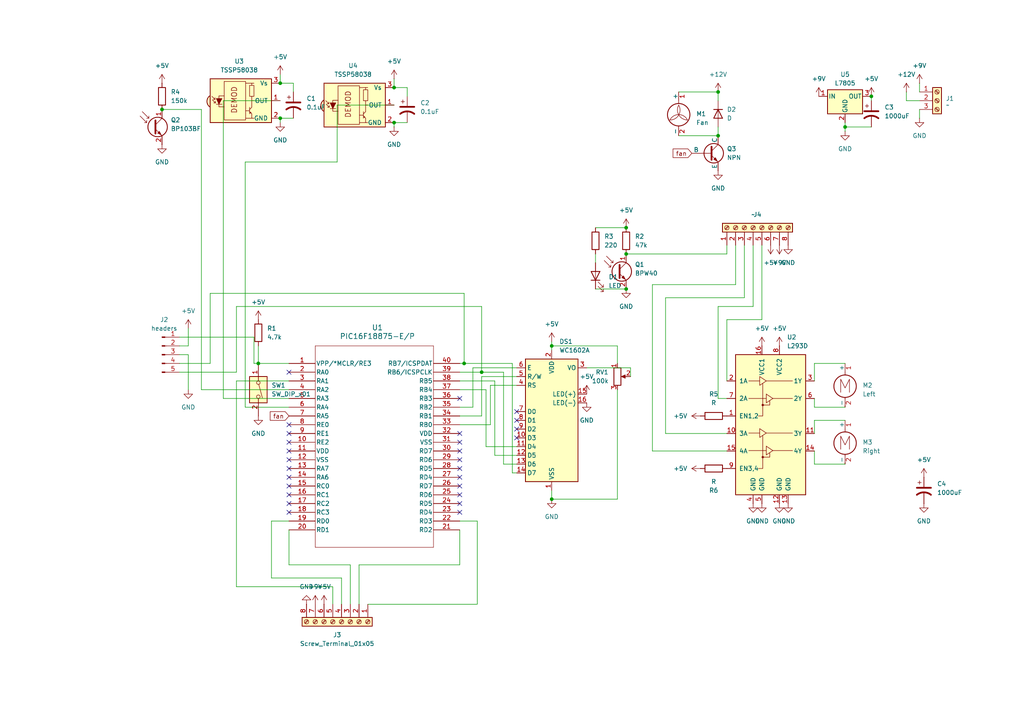
<source format=kicad_sch>
(kicad_sch (version 20231120) (generator "eeschema") (generator_version "8.0")
  (paper "A4")
  (lib_symbols
    (symbol "2025-03-17_16-49-42:PIC16F18875-E_P" (pin_names (offset 0.254))
      (property "Reference" "U1" (at 25.654 10.414 0))
      (property "Value" "PIC16F18875-E/P" (at 25.654 7.874 0))
      (symbol "PIC16F18875-E_P_0_1"
        (pin bidirectional line (at 0 0 0) (length 7.62) (name "VPP/*MCLR/RE3") (number "1"))
        (pin bidirectional line (at 0 -22.86 0) (length 7.62) (name "RE2") (number "10"))
        (pin power_in line (at 0 -25.4 0) (length 7.62) (name "VDD") (number "11"))
        (pin power_out line (at 0 -27.94 0) (length 7.62) (name "VSS") (number "12"))
        (pin bidirectional line (at 0 -30.48 0) (length 7.62) (name "RA7") (number "13"))
        (pin bidirectional line (at 0 -33.02 0) (length 7.62) (name "RA6") (number "14"))
        (pin bidirectional line (at 0 -35.56 0) (length 7.62) (name "RC0") (number "15"))
        (pin bidirectional line (at 0 -38.1 0) (length 7.62) (name "RC1") (number "16"))
        (pin bidirectional line (at 0 -40.64 0) (length 7.62) (name "RC2") (number "17"))
        (pin bidirectional line (at 0 -43.18 0) (length 7.62) (name "RC3") (number "18"))
        (pin bidirectional line (at 0 -45.72 0) (length 7.62) (name "RD0") (number "19"))
        (pin bidirectional line (at 0 -2.54 0) (length 7.62) (name "RA0") (number "2"))
        (pin bidirectional line (at 0 -48.26 0) (length 7.62) (name "RD1") (number "20"))
        (pin bidirectional line (at 49.53 -48.26 180) (length 7.62) (name "RD2") (number "21"))
        (pin bidirectional line (at 49.53 -45.72 180) (length 7.62) (name "RD3") (number "22"))
        (pin bidirectional line (at 49.53 -43.18 180) (length 7.62) (name "RD4") (number "23"))
        (pin bidirectional line (at 49.53 -40.64 180) (length 7.62) (name "RD5") (number "24"))
        (pin bidirectional line (at 49.53 -38.1 180) (length 7.62) (name "RD6") (number "25"))
        (pin bidirectional line (at 49.53 -35.56 180) (length 7.62) (name "RD7") (number "26"))
        (pin bidirectional line (at 49.53 -33.02 180) (length 7.62) (name "RD4") (number "27"))
        (pin bidirectional line (at 49.53 -30.48 180) (length 7.62) (name "RD5") (number "28"))
        (pin bidirectional line (at 49.53 -27.94 180) (length 7.62) (name "RD6") (number "29"))
        (pin bidirectional line (at 0 -5.08 0) (length 7.62) (name "RA1") (number "3"))
        (pin bidirectional line (at 49.53 -25.4 180) (length 7.62) (name "RD7") (number "30"))
        (pin power_out line (at 49.53 -22.86 180) (length 7.62) (name "VSS") (number "31"))
        (pin power_in line (at 49.53 -20.32 180) (length 7.62) (name "VDD") (number "32"))
        (pin bidirectional line (at 49.53 -17.78 180) (length 7.62) (name "RB0") (number "33"))
        (pin bidirectional line (at 49.53 -15.24 180) (length 7.62) (name "RB1") (number "34"))
        (pin bidirectional line (at 49.53 -12.7 180) (length 7.62) (name "RB2") (number "35"))
        (pin bidirectional line (at 49.53 -10.16 180) (length 7.62) (name "RB3") (number "36"))
        (pin bidirectional line (at 49.53 -7.62 180) (length 7.62) (name "RB4") (number "37"))
        (pin bidirectional line (at 49.53 -5.08 180) (length 7.62) (name "RB5") (number "38"))
        (pin bidirectional line (at 49.53 -2.54 180) (length 7.62) (name "RB6/ICSPCLK") (number "39"))
        (pin bidirectional line (at 0 -7.62 0) (length 7.62) (name "RA2") (number "4"))
        (pin bidirectional line (at 49.53 0 180) (length 7.62) (name "RB7/ICSPDAT") (number "40"))
        (pin bidirectional line (at 0 -10.16 0) (length 7.62) (name "RA3") (number "5"))
        (pin bidirectional line (at 0 -12.7 0) (length 7.62) (name "RA4") (number "6"))
        (pin bidirectional line (at 0 -15.24 0) (length 7.62) (name "RA5") (number "7"))
        (pin bidirectional line (at 0 -17.78 0) (length 7.62) (name "RE0") (number "8"))
        (pin bidirectional line (at 0 -20.32 0) (length 7.62) (name "RE1") (number "9"))
      )
    )
    (symbol "Connector:Conn_01x05_Pin" (pin_names (offset 1.016) hide)
      (property "Reference" "J" (at 0 7.62 0))
      (property "Value" "Conn_01x05_Pin" (at 0 -7.62 0))
      (symbol "Conn_01x05_Pin_1_1"
        (pin passive line (at 5.08 5.08 180) (length 3.81) (name "Pin_1") (number "1"))
        (pin passive line (at 5.08 2.54 180) (length 3.81) (name "Pin_2") (number "2"))
        (pin passive line (at 5.08 0 180) (length 3.81) (name "Pin_3") (number "3"))
        (pin passive line (at 5.08 -2.54 180) (length 3.81) (name "Pin_4") (number "4"))
        (pin passive line (at 5.08 -5.08 180) (length 3.81) (name "Pin_5") (number "5"))
      )
    )
    (symbol "Connector:Screw_Terminal_01x03" (pin_names (offset 1.016) hide)
      (property "Reference" "J" (at 0 5.08 0))
      (property "Value" "Screw_Terminal_01x03" (at 0 -5.08 0))
      (symbol "Screw_Terminal_01x03_1_1"
        (pin passive line (at -5.08 2.54 0) (length 3.81) (name "Pin_1") (number "1"))
        (pin passive line (at -5.08 0 0) (length 3.81) (name "Pin_2") (number "2"))
        (pin passive line (at -5.08 -2.54 0) (length 3.81) (name "Pin_3") (number "3"))
      )
    )
    (symbol "Connector:Screw_Terminal_01x08" (pin_names (offset 1.016) hide)
      (property "Reference" "J" (at 0 10.16 0))
      (property "Value" "Screw_Terminal_01x08" (at 0 -12.7 0))
      (symbol "Screw_Terminal_01x08_1_1"
        (pin passive line (at -5.08 7.62 0) (length 3.81) (name "Pin_1") (number "1"))
        (pin passive line (at -5.08 5.08 0) (length 3.81) (name "Pin_2") (number "2"))
        (pin passive line (at -5.08 2.54 0) (length 3.81) (name "Pin_3") (number "3"))
        (pin passive line (at -5.08 0 0) (length 3.81) (name "Pin_4") (number "4"))
        (pin passive line (at -5.08 -2.54 0) (length 3.81) (name "Pin_5") (number "5"))
        (pin passive line (at -5.08 -5.08 0) (length 3.81) (name "Pin_6") (number "6"))
        (pin passive line (at -5.08 -7.62 0) (length 3.81) (name "Pin_7") (number "7"))
        (pin passive line (at -5.08 -10.16 0) (length 3.81) (name "Pin_8") (number "8"))
      )
    )
    (symbol "Device:C_Polarized_US" (pin_numbers hide) (pin_names (offset 0.254) hide)
      (property "Reference" "C" (at 0.635 2.54 0))
      (property "Value" "C_Polarized_US" (at 0.635 -2.54 0))
      (symbol "C_Polarized_US_1_1"
        (pin passive line (at 0 3.81 270) (length 2.794) (name "~") (number "1"))
        (pin passive line (at 0 -3.81 90) (length 3.302) (name "~") (number "2"))
      )
    )
    (symbol "Device:D" (pin_numbers hide) (pin_names (offset 1.016) hide)
      (property "Reference" "D" (at 0 2.54 0))
      (property "Value" "D" (at 0 -2.54 0))
      (symbol "D_1_1"
        (pin passive line (at -3.81 0 0) (length 2.54) (name "K") (number "1"))
        (pin passive line (at 3.81 0 180) (length 2.54) (name "A") (number "2"))
      )
    )
    (symbol "Device:LED" (pin_numbers hide) (pin_names (offset 1.016) hide)
      (property "Reference" "D" (at 0 2.54 0))
      (property "Value" "LED" (at 0 -2.54 0))
      (symbol "LED_1_1"
        (pin passive line (at -3.81 0 0) (length 2.54) (name "K") (number "1"))
        (pin passive line (at 3.81 0 180) (length 2.54) (name "A") (number "2"))
      )
    )
    (symbol "Device:R" (pin_numbers hide) (pin_names (offset 0))
      (property "Reference" "R" (at 2.032 0 90))
      (property "Value" "R" (at 0 0 90))
      (symbol "R_1_1"
        (pin passive line (at 0 3.81 270) (length 1.27) (name "~") (number "1"))
        (pin passive line (at 0 -3.81 90) (length 1.27) (name "~") (number "2"))
      )
    )
    (symbol "Device:R_Potentiometer" (pin_names (offset 1.016) hide)
      (property "Reference" "RV" (at -4.445 0 90))
      (property "Value" "R_Potentiometer" (at -2.54 0 90))
      (symbol "R_Potentiometer_1_1"
        (pin passive line (at 0 3.81 270) (length 1.27) (name "1") (number "1"))
        (pin passive line (at 3.81 0 180) (length 1.27) (name "2") (number "2"))
        (pin passive line (at 0 -3.81 90) (length 1.27) (name "3") (number "3"))
      )
    )
    (symbol "Display_Character:WC1602A"
      (property "Reference" "DS" (at -5.842 19.05 0))
      (property "Value" "WC1602A" (at 5.334 19.05 0))
      (symbol "WC1602A_1_1"
        (pin power_in line (at 0 -20.32 90) (length 2.54) (name "VSS") (number "1"))
        (pin input line (at -10.16 -5.08 0) (length 2.54) (name "D3") (number "10"))
        (pin input line (at -10.16 -7.62 0) (length 2.54) (name "D4") (number "11"))
        (pin input line (at -10.16 -10.16 0) (length 2.54) (name "D5") (number "12"))
        (pin input line (at -10.16 -12.7 0) (length 2.54) (name "D6") (number "13"))
        (pin input line (at -10.16 -15.24 0) (length 2.54) (name "D7") (number "14"))
        (pin power_in line (at 10.16 7.62 180) (length 2.54) (name "LED(+)") (number "15"))
        (pin power_in line (at 10.16 5.08 180) (length 2.54) (name "LED(-)") (number "16"))
        (pin power_in line (at 0 20.32 270) (length 2.54) (name "VDD") (number "2"))
        (pin input line (at 10.16 15.24 180) (length 2.54) (name "VO") (number "3"))
        (pin input line (at -10.16 10.16 0) (length 2.54) (name "RS") (number "4"))
        (pin input line (at -10.16 12.7 0) (length 2.54) (name "R/W") (number "5"))
        (pin input line (at -10.16 15.24 0) (length 2.54) (name "E") (number "6"))
        (pin input line (at -10.16 2.54 0) (length 2.54) (name "D0") (number "7"))
        (pin input line (at -10.16 0 0) (length 2.54) (name "D1") (number "8"))
        (pin input line (at -10.16 -2.54 0) (length 2.54) (name "D2") (number "9"))
      )
    )
    (symbol "Driver_Motor:L293D" (pin_names (offset 1.016))
      (property "Reference" "U" (at -5.08 26.035 0))
      (property "Value" "L293D" (at -5.08 24.13 0))
      (symbol "L293D_1_1"
        (pin input line (at -12.7 5.08 0) (length 2.54) (name "EN1,2") (number "1"))
        (pin input line (at -12.7 0 0) (length 2.54) (name "3A") (number "10"))
        (pin output line (at 12.7 0 180) (length 2.54) (name "3Y") (number "11"))
        (pin power_in line (at 2.54 -20.32 90) (length 2.54) (name "GND") (number "12"))
        (pin power_in line (at 5.08 -20.32 90) (length 2.54) (name "GND") (number "13"))
        (pin output line (at 12.7 -5.08 180) (length 2.54) (name "4Y") (number "14"))
        (pin input line (at -12.7 -5.08 0) (length 2.54) (name "4A") (number "15"))
        (pin power_in line (at -2.54 25.4 270) (length 2.54) (name "VCC1") (number "16"))
        (pin input line (at -12.7 15.24 0) (length 2.54) (name "1A") (number "2"))
        (pin output line (at 12.7 15.24 180) (length 2.54) (name "1Y") (number "3"))
        (pin power_in line (at -5.08 -20.32 90) (length 2.54) (name "GND") (number "4"))
        (pin power_in line (at -2.54 -20.32 90) (length 2.54) (name "GND") (number "5"))
        (pin output line (at 12.7 10.16 180) (length 2.54) (name "2Y") (number "6"))
        (pin input line (at -12.7 10.16 0) (length 2.54) (name "2A") (number "7"))
        (pin power_in line (at 2.54 25.4 270) (length 2.54) (name "VCC2") (number "8"))
        (pin input line (at -12.7 -10.16 0) (length 2.54) (name "EN3,4") (number "9"))
      )
    )
    (symbol "Motor:Fan" (pin_names (offset 0))
      (property "Reference" "M" (at 2.54 5.08 0))
      (property "Value" "Fan" (at 2.54 -2.54 0))
      (symbol "Fan_1_1"
        (pin passive line (at 0 7.62 270) (length 2.54) (name "+") (number "1"))
        (pin passive line (at 0 -5.08 90) (length 2.54) (name "-") (number "2"))
      )
    )
    (symbol "Motor:Motor_DC" (pin_names (offset 0))
      (property "Reference" "M" (at 2.54 2.54 0))
      (property "Value" "Motor_DC" (at 2.54 -5.08 0))
      (symbol "Motor_DC_1_1"
        (pin passive line (at 0 5.08 270) (length 2.54) (name "+") (number "1"))
        (pin passive line (at 0 -7.62 90) (length 2.54) (name "-") (number "2"))
      )
    )
    (symbol "Regulator_Linear:L7805" (pin_names (offset 0.254))
      (property "Reference" "U" (at -3.81 3.175 0))
      (property "Value" "L7805" (at 0 3.175 0))
      (symbol "L7805_1_1"
        (pin power_in line (at -7.62 0 0) (length 2.54) (name "IN") (number "1"))
        (pin power_in line (at 0 -7.62 90) (length 2.54) (name "GND") (number "2"))
        (pin power_out line (at 7.62 0 180) (length 2.54) (name "OUT") (number "3"))
      )
    )
    (symbol "Sensor_Optical:BP103BF" (pin_names (offset 0) hide)
      (property "Reference" "Q" (at 5.08 1.27 0))
      (property "Value" "BP103BF" (at 5.08 -1.27 0))
      (symbol "BP103BF_1_1"
        (pin passive line (at 2.54 5.08 270) (length 2.54) (name "C") (number "1"))
        (pin passive line (at 2.54 -5.08 90) (length 2.54) (name "E") (number "2"))
      )
    )
    (symbol "Sensor_Optical:BPW40" (pin_names (offset 0) hide)
      (property "Reference" "Q" (at 5.08 1.27 0))
      (property "Value" "BPW40" (at 5.08 -1.27 0))
      (symbol "BPW40_1_1"
        (pin passive line (at 2.54 5.08 270) (length 2.54) (name "C") (number "1"))
        (pin passive line (at 2.54 -5.08 90) (length 2.54) (name "E") (number "2"))
      )
    )
    (symbol "Sensor_Proximity:TSSP58038" (pin_names (offset 1.016))
      (property "Reference" "U" (at -10.16 7.62 0))
      (property "Value" "TSSP58038" (at -10.16 -7.62 0))
      (symbol "TSSP58038_0_0"
        (text "DEMOD" (at -3.175 0.254 900) (effects (font (size 1.524 1.524))))
      )
      (symbol "TSSP58038_1_1"
        (pin output line (at 10.16 0 180) (length 2.54) (name "OUT") (number "1"))
        (pin power_in line (at 10.16 -5.08 180) (length 2.54) (name "GND") (number "2"))
        (pin power_in line (at 10.16 5.08 180) (length 2.54) (name "Vs") (number "3"))
      )
    )
    (symbol "Simulation_SPICE:NPN" (pin_numbers hide) (pin_names (offset 0))
      (property "Reference" "Q" (at -2.54 7.62 0))
      (property "Value" "NPN" (at -2.54 5.08 0))
      (symbol "NPN_1_1"
        (pin open_collector line (at 2.54 5.08 270) (length 2.54) (name "C") (number "1"))
        (pin input line (at -5.08 0 0) (length 2.54) (name "B") (number "2"))
        (pin open_emitter line (at 2.54 -5.08 90) (length 2.54) (name "E") (number "3"))
      )
    )
    (symbol "Switch:SW_DIP_x01" (pin_names (offset 0) hide)
      (property "Reference" "SW" (at 0 3.81 0))
      (property "Value" "SW_DIP_x01" (at 0 -3.81 0))
      (symbol "SW_DIP_x01_1_1"
        (pin passive line (at -7.62 0 0) (length 5.08) (name "~") (number "1"))
        (pin passive line (at 7.62 0 180) (length 5.08) (name "~") (number "2"))
      )
    )
    (symbol "power:+12V" (power) (pin_numbers hide) (pin_names (offset 0) hide)
      (property "Value" "+12V" (at 0 3.556 0))
      (symbol "+12V_1_1"
        (pin power_in line (at 0 0 90) (length 0) (name "~") (number "1"))
      )
    )
    (symbol "power:+5V" (power) (pin_numbers hide) (pin_names (offset 0) hide)
      (property "Value" "+5V" (at 0 3.556 0))
      (symbol "+5V_1_1"
        (pin power_in line (at 0 0 90) (length 0) (name "~") (number "1"))
      )
    )
    (symbol "power:+9V" (power) (pin_numbers hide) (pin_names (offset 0) hide)
      (property "Value" "+9V" (at 0 3.556 0))
      (symbol "+9V_1_1"
        (pin power_in line (at 0 0 90) (length 0) (name "~") (number "1"))
      )
    )
    (symbol "power:GND" (power) (pin_numbers hide) (pin_names (offset 0) hide)
      (property "Value" "GND" (at 0 -3.81 0))
      (symbol "GND_1_1"
        (pin power_in line (at 0 0 270) (length 0) (name "~") (number "1"))
      )
    )
  )
  (junction (at 160.02 144.78))
  (junction (at 252.73 27.94))
  (junction (at 181.61 83.82))
  (junction (at 134.62 105.41))
  (junction (at 114.3 35.56))
  (junction (at 74.93 105.41))
  (junction (at 81.28 34.29))
  (junction (at 81.28 24.13))
  (junction (at 208.28 26.67))
  (junction (at 181.61 66.04))
  (junction (at 245.11 36.83))
  (junction (at 160.02 100.33))
  (junction (at 114.3 25.4))
  (junction (at 139.7 107.95))
  (junction (at 208.28 39.37))
  (junction (at 181.61 73.66))
  (junction (at 46.99 31.75))
  (no_connect (at 149.86 127))
  (no_connect (at 83.82 146.05))
  (no_connect (at 83.82 135.89))
  (no_connect (at 133.35 140.97))
  (no_connect (at 149.86 121.92))
  (no_connect (at 83.82 125.73))
  (no_connect (at 83.82 130.81))
  (no_connect (at 83.82 138.43))
  (no_connect (at 83.82 148.59))
  (no_connect (at 83.82 133.35))
  (no_connect (at 149.86 119.38))
  (no_connect (at 83.82 143.51))
  (no_connect (at 133.35 143.51))
  (no_connect (at 133.35 128.27))
  (no_connect (at 133.35 135.89))
  (no_connect (at 83.82 140.97))
  (no_connect (at 83.82 123.19))
  (no_connect (at 133.35 138.43))
  (no_connect (at 133.35 130.81))
  (no_connect (at 83.82 107.95))
  (no_connect (at 133.35 115.57))
  (no_connect (at 83.82 128.27))
  (no_connect (at 133.35 125.73))
  (no_connect (at 149.86 124.46))
  (no_connect (at 133.35 133.35))
  (no_connect (at 133.35 146.05))
  (no_connect (at 133.35 148.59))
  (wire (pts (xy 213.36 82.55) (xy 189.23 82.55)))
  (wire (pts (xy 182.88 109.22) (xy 182.88 106.68)))
  (wire (pts (xy 114.3 22.86) (xy 114.3 25.4)))
  (wire (pts (xy 104.14 175.26) (xy 104.14 163.83)))
  (wire (pts (xy 101.6 163.83) (xy 101.6 175.26)))
  (wire (pts (xy 196.85 39.37) (xy 208.28 39.37)))
  (wire (pts (xy 118.11 27.94) (xy 118.11 25.4)))
  (wire (pts (xy 160.02 100.33) (xy 160.02 101.6)))
  (wire (pts (xy 236.22 105.41) (xy 245.11 105.41)))
  (wire (pts (xy 58.42 113.03) (xy 83.82 113.03)))
  (wire (pts (xy 208.28 115.57) (xy 210.82 115.57)))
  (wire (pts (xy 78.74 151.13) (xy 78.74 167.64)))
  (wire (pts (xy 133.35 120.65) (xy 139.7 120.65)))
  (wire (pts (xy 81.28 21.59) (xy 81.28 24.13)))
  (wire (pts (xy 139.7 109.22) (xy 149.86 109.22)))
  (wire (pts (xy 143.51 110.49) (xy 133.35 110.49)))
  (wire (pts (xy 81.28 34.29) (xy 85.09 34.29)))
  (wire (pts (xy 52.07 100.33) (xy 54.61 100.33)))
  (wire (pts (xy 179.07 113.03) (xy 179.07 144.78)))
  (wire (pts (xy 172.72 66.04) (xy 181.61 66.04)))
  (wire (pts (xy 189.23 82.55) (xy 189.23 130.81)))
  (wire (pts (xy 148.59 137.16) (xy 149.86 137.16)))
  (wire (pts (xy 104.14 163.83) (xy 133.35 163.83)))
  (wire (pts (xy 81.28 29.21) (xy 64.77 29.21)))
  (wire (pts (xy 236.22 134.62) (xy 245.11 134.62)))
  (wire (pts (xy 213.36 71.12) (xy 213.36 82.55)))
  (wire (pts (xy 139.7 120.65) (xy 139.7 109.22)))
  (wire (pts (xy 172.72 73.66) (xy 172.72 76.2)))
  (wire (pts (xy 73.66 105.41) (xy 74.93 105.41)))
  (wire (pts (xy 78.74 167.64) (xy 99.06 167.64)))
  (wire (pts (xy 60.96 85.09) (xy 134.62 85.09)))
  (wire (pts (xy 193.04 86.36) (xy 215.9 86.36)))
  (wire (pts (xy 139.7 88.9) (xy 139.7 107.95)))
  (wire (pts (xy 236.22 121.92) (xy 245.11 121.92)))
  (wire (pts (xy 133.35 105.41) (xy 134.62 105.41)))
  (wire (pts (xy 179.07 100.33) (xy 160.02 100.33)))
  (wire (pts (xy 262.89 29.21) (xy 262.89 26.67)))
  (wire (pts (xy 138.43 175.26) (xy 106.68 175.26)))
  (wire (pts (xy 83.82 163.83) (xy 101.6 163.83)))
  (wire (pts (xy 60.96 105.41) (xy 60.96 85.09)))
  (wire (pts (xy 196.85 26.67) (xy 208.28 26.67)))
  (wire (pts (xy 149.86 134.62) (xy 146.05 134.62)))
  (wire (pts (xy 208.28 29.21) (xy 208.28 26.67)))
  (wire (pts (xy 218.44 71.12) (xy 218.44 88.9)))
  (wire (pts (xy 137.16 118.11) (xy 137.16 106.68)))
  (wire (pts (xy 118.11 25.4) (xy 114.3 25.4)))
  (wire (pts (xy 266.7 24.13) (xy 266.7 26.67)))
  (wire (pts (xy 97.79 46.99) (xy 71.12 46.99)))
  (wire (pts (xy 73.66 97.79) (xy 73.66 105.41)))
  (wire (pts (xy 215.9 86.36) (xy 215.9 71.12)))
  (wire (pts (xy 54.61 102.87) (xy 54.61 113.03)))
  (wire (pts (xy 179.07 105.41) (xy 179.07 100.33)))
  (wire (pts (xy 181.61 73.66) (xy 210.82 73.66)))
  (wire (pts (xy 114.3 36.83) (xy 114.3 35.56)))
  (wire (pts (xy 97.79 46.99) (xy 97.79 30.48)))
  (wire (pts (xy 54.61 100.33) (xy 54.61 95.25)))
  (wire (pts (xy 46.99 31.75) (xy 58.42 31.75)))
  (wire (pts (xy 83.82 110.49) (xy 68.58 110.49)))
  (wire (pts (xy 52.07 97.79) (xy 73.66 97.79)))
  (wire (pts (xy 138.43 151.13) (xy 138.43 175.26)))
  (wire (pts (xy 189.23 130.81) (xy 210.82 130.81)))
  (wire (pts (xy 210.82 92.71) (xy 220.98 92.71)))
  (wire (pts (xy 134.62 85.09) (xy 134.62 105.41)))
  (wire (pts (xy 208.28 36.83) (xy 208.28 39.37)))
  (wire (pts (xy 245.11 36.83) (xy 252.73 36.83)))
  (wire (pts (xy 74.93 105.41) (xy 74.93 100.33)))
  (wire (pts (xy 236.22 118.11) (xy 245.11 118.11)))
  (wire (pts (xy 137.16 106.68) (xy 149.86 106.68)))
  (wire (pts (xy 68.58 170.18) (xy 96.52 170.18)))
  (wire (pts (xy 81.28 35.56) (xy 81.28 34.29)))
  (wire (pts (xy 218.44 88.9) (xy 208.28 88.9)))
  (wire (pts (xy 140.97 129.54) (xy 140.97 113.03)))
  (wire (pts (xy 52.07 105.41) (xy 60.96 105.41)))
  (wire (pts (xy 160.02 142.24) (xy 160.02 144.78)))
  (wire (pts (xy 68.58 107.95) (xy 68.58 88.9)))
  (wire (pts (xy 160.02 99.06) (xy 160.02 100.33)))
  (wire (pts (xy 140.97 113.03) (xy 133.35 113.03)))
  (wire (pts (xy 210.82 73.66) (xy 210.82 71.12)))
  (wire (pts (xy 52.07 107.95) (xy 68.58 107.95)))
  (wire (pts (xy 210.82 110.49) (xy 210.82 92.71)))
  (wire (pts (xy 143.51 132.08) (xy 143.51 110.49)))
  (wire (pts (xy 179.07 144.78) (xy 160.02 144.78)))
  (wire (pts (xy 236.22 130.81) (xy 236.22 134.62)))
  (wire (pts (xy 96.52 170.18) (xy 96.52 175.26)))
  (wire (pts (xy 236.22 110.49) (xy 236.22 105.41)))
  (wire (pts (xy 58.42 31.75) (xy 58.42 113.03)))
  (wire (pts (xy 139.7 107.95) (xy 133.35 107.95)))
  (wire (pts (xy 133.35 163.83) (xy 133.35 153.67)))
  (wire (pts (xy 64.77 29.21) (xy 64.77 115.57)))
  (wire (pts (xy 146.05 107.95) (xy 139.7 107.95)))
  (wire (pts (xy 148.59 105.41) (xy 148.59 137.16)))
  (wire (pts (xy 83.82 153.67) (xy 83.82 163.83)))
  (wire (pts (xy 245.11 35.56) (xy 245.11 36.83)))
  (wire (pts (xy 71.12 118.11) (xy 83.82 118.11)))
  (wire (pts (xy 83.82 151.13) (xy 78.74 151.13)))
  (wire (pts (xy 193.04 125.73) (xy 193.04 86.36)))
  (wire (pts (xy 266.7 31.75) (xy 266.7 34.29)))
  (wire (pts (xy 85.09 24.13) (xy 81.28 24.13)))
  (wire (pts (xy 210.82 125.73) (xy 193.04 125.73)))
  (wire (pts (xy 85.09 26.67) (xy 85.09 24.13)))
  (wire (pts (xy 68.58 110.49) (xy 68.58 170.18)))
  (wire (pts (xy 172.72 83.82) (xy 181.61 83.82)))
  (wire (pts (xy 64.77 115.57) (xy 83.82 115.57)))
  (wire (pts (xy 236.22 125.73) (xy 236.22 121.92)))
  (wire (pts (xy 245.11 36.83) (xy 245.11 38.1)))
  (wire (pts (xy 134.62 105.41) (xy 148.59 105.41)))
  (wire (pts (xy 142.24 123.19) (xy 142.24 111.76)))
  (wire (pts (xy 170.18 106.68) (xy 182.88 106.68)))
  (wire (pts (xy 133.35 151.13) (xy 138.43 151.13)))
  (wire (pts (xy 71.12 46.99) (xy 71.12 118.11)))
  (wire (pts (xy 133.35 118.11) (xy 137.16 118.11)))
  (wire (pts (xy 133.35 123.19) (xy 142.24 123.19)))
  (wire (pts (xy 266.7 29.21) (xy 262.89 29.21)))
  (wire (pts (xy 220.98 92.71) (xy 220.98 71.12)))
  (wire (pts (xy 68.58 88.9) (xy 139.7 88.9)))
  (wire (pts (xy 99.06 167.64) (xy 99.06 175.26)))
  (wire (pts (xy 142.24 111.76) (xy 149.86 111.76)))
  (wire (pts (xy 236.22 115.57) (xy 236.22 118.11)))
  (wire (pts (xy 146.05 134.62) (xy 146.05 107.95)))
  (wire (pts (xy 149.86 129.54) (xy 140.97 129.54)))
  (wire (pts (xy 97.79 30.48) (xy 114.3 30.48)))
  (wire (pts (xy 83.82 105.41) (xy 74.93 105.41)))
  (wire (pts (xy 252.73 29.21) (xy 252.73 27.94)))
  (wire (pts (xy 149.86 132.08) (xy 143.51 132.08)))
  (wire (pts (xy 208.28 88.9) (xy 208.28 115.57)))
  (wire (pts (xy 52.07 102.87) (xy 54.61 102.87)))
  (wire (pts (xy 114.3 35.56) (xy 118.11 35.56)))
  (global_label "fan" (shape input) (at 83.82 120.65 180) (property "Intersheetrefs" "${INTERSHEET_REFS}" (effects (hide yes))))
  (global_label "fan" (shape input) (at 200.66 44.45 180) (property "Intersheetrefs" "${INTERSHEET_REFS}" (effects (hide yes))))
  (symbol (lib_id "power:GND") (at 74.93 120.65 0) (unit 1)
    (property "Reference" "#PWR031" (effects (hide yes)))
    (property "Value" "GND" (at 74.93 125.73 0))
    (property "Description" "Power symbol creates a global label with name \"GND\" , ground" (effects (hide yes)))
  )
  (symbol (lib_id "Motor:Motor_DC") (at 245.11 127 0) (unit 1)
    (property "Reference" "M3" (at 250.19 128.2699 0) (effects (justify left)))
    (property "Value" "Right" (at 250.19 130.8099 0) (effects (justify left)))
    (property "Footprint" "EZ_TEJ_Library:SolderWire-0.5sqmm_1x02_P4.6mm_D0.9mm_OD2.1mm" (effects (hide yes)))
    (property "Description" "DC Motor" (effects (hide yes)))
  )
  (symbol (lib_id "Connector:Conn_01x05_Pin") (at 46.99 102.87 0) (unit 1)
    (property "Reference" "J2" (at 47.625 92.71 0))
    (property "Value" "headers" (at 47.625 95.25 0))
    (property "Footprint" "Connector_PinHeader_2.54mm:PinHeader_1x05_P2.54mm_Vertical" (effects (hide yes)))
    (property "Description" "Generic connector, single row, 01x05, script generated" (effects (hide yes)))
  )
  (symbol (lib_id "power:+5V") (at 252.73 27.94 0) (unit 1)
    (property "Reference" "#PWR014" (effects (hide yes)))
    (property "Value" "+5V" (at 252.73 22.86 0))
    (property "Description" "Power symbol creates a global label with name \"+5V\"" (effects (hide yes)))
  )
  (symbol (lib_id "power:+9V") (at 226.06 71.12 180) (unit 1)
    (property "Reference" "#PWR039" (effects (hide yes)))
    (property "Value" "+9V" (at 226.06 76.2 0))
    (property "Description" "Power symbol creates a global label with name \"+9V\"" (effects (hide yes)))
  )
  (symbol (lib_id "Device:R") (at 74.93 96.52 0) (unit 1)
    (property "Reference" "R1" (at 77.47 95.2499 0) (effects (justify left)))
    (property "Value" "4.7k" (at 77.47 97.7899 0) (effects (justify left)))
    (property "Footprint" "EZ_TEJ_Library:R_Axial_DIN0207_L6.3mm_D2.5mm_P7.62mm_Horizontal" (effects (hide yes)))
    (property "Description" "Resistor" (effects (hide yes)))
  )
  (symbol (lib_id "power:GND") (at 46.99 41.91 0) (unit 1)
    (property "Reference" "#PWR05" (effects (hide yes)))
    (property "Value" "GND" (at 46.99 46.99 0))
    (property "Description" "Power symbol creates a global label with name \"GND\" , ground" (effects (hide yes)))
  )
  (symbol (lib_id "power:+5V") (at 114.3 22.86 0) (unit 1)
    (property "Reference" "#PWR08" (effects (hide yes)))
    (property "Value" "+5V" (at 114.3 17.78 0))
    (property "Description" "Power symbol creates a global label with name \"+5V\"" (effects (hide yes)))
  )
  (symbol (lib_id "power:+5V") (at 226.06 100.33 0) (unit 1)
    (property "Reference" "#PWR024" (effects (hide yes)))
    (property "Value" "+5V" (at 226.06 95.25 0))
    (property "Description" "Power symbol creates a global label with name \"+5V\"" (effects (hide yes)))
  )
  (symbol (lib_id "Device:C_Polarized_US") (at 267.97 142.24 0) (unit 1)
    (property "Reference" "C4" (at 271.78 140.3349 0) (effects (justify left)))
    (property "Value" "1000uF" (at 271.78 142.8749 0) (effects (justify left)))
    (property "Footprint" "EZ_TEJ_Library:CP_Radial_D8.0mm_P3.80mm" (effects (hide yes)))
    (property "Description" "Polarized capacitor, US symbol" (effects (hide yes)))
  )
  (symbol (lib_id "power:+5V") (at 267.97 138.43 0) (unit 1)
    (property "Reference" "#PWR029" (effects (hide yes)))
    (property "Value" "+5V" (at 267.97 133.35 0))
    (property "Description" "Power symbol creates a global label with name \"+5V\"" (effects (hide yes)))
  )
  (symbol (lib_id "power:GND") (at 220.98 146.05 0) (unit 1)
    (property "Reference" "#PWR026" (effects (hide yes)))
    (property "Value" "GND" (at 220.98 151.13 0))
    (property "Description" "Power symbol creates a global label with name \"GND\" , ground" (effects (hide yes)))
  )
  (symbol (lib_id "Device:C_Polarized_US") (at 85.09 30.48 0) (unit 1)
    (property "Reference" "C1" (at 88.9 28.5749 0) (effects (justify left)))
    (property "Value" "0.1uF" (at 88.9 31.1149 0) (effects (justify left)))
    (property "Footprint" "EZ_TEJ_Library:C_Disc_D4.3mm_W1.9mm_P5.00mm" (effects (hide yes)))
    (property "Description" "Polarized capacitor, US symbol" (effects (hide yes)))
  )
  (symbol (lib_id "power:+5V") (at 203.2 120.65 90) (unit 1)
    (property "Reference" "#PWR021" (effects (hide yes)))
    (property "Value" "+5V" (at 199.39 120.6499 90) (effects (justify left)))
    (property "Description" "Power symbol creates a global label with name \"+5V\"" (effects (hide yes)))
  )
  (symbol (lib_id "Regulator_Linear:L7805") (at 245.11 27.94 0) (unit 1)
    (property "Reference" "U5" (at 245.11 21.59 0))
    (property "Value" "L7805" (at 245.11 24.13 0))
    (property "Footprint" "EZ_TEJ_Library:TO-220-3_Vertical" (effects (hide yes)))
    (property "Datasheet" "http://www.st.com/content/ccc/resource/technical/document/datasheet/41/4f/b3/b0/12/d4/47/88/CD00000444.pdf/files/CD00000444.pdf/jcr:content/translations/en.CD00000444.pdf" (effects (hide yes)))
    (property "Description" "Positive 1.5A 35V Linear Regulator, Fixed Output 5V, TO-220/TO-263/TO-252" (effects (hide yes)))
  )
  (symbol (lib_id "power:+5V") (at 81.28 21.59 0) (unit 1)
    (property "Reference" "#PWR06" (effects (hide yes)))
    (property "Value" "+5V" (at 81.28 16.51 0))
    (property "Description" "Power symbol creates a global label with name \"+5V\"" (effects (hide yes)))
  )
  (symbol (lib_id "power:GND") (at 266.7 34.29 0) (unit 1)
    (property "Reference" "#PWR011" (effects (hide yes)))
    (property "Value" "GND" (at 266.7 39.37 0))
    (property "Description" "Power symbol creates a global label with name \"GND\" , ground" (effects (hide yes)))
  )
  (symbol (lib_id "power:+5V") (at 46.99 24.13 0) (unit 1)
    (property "Reference" "#PWR04" (effects (hide yes)))
    (property "Value" "+5V" (at 46.99 19.05 0))
    (property "Description" "Power symbol creates a global label with name \"+5V\"" (effects (hide yes)))
  )
  (symbol (lib_id "Sensor_Optical:BP103BF") (at 44.45 36.83 0) (unit 1)
    (property "Reference" "Q2" (at 49.53 34.8106 0) (effects (justify left)))
    (property "Value" "BP103BF" (at 49.53 37.3506 0) (effects (justify left)))
    (property "Footprint" "LED_THT:LED_D5.0mm_Clear" (effects (hide yes)))
    (property "Datasheet" "http://www.b-kainka.de/Daten/Sensor/bp103bf.pdf" (effects (hide yes)))
    (property "Description" "NPN phototransistor with daylight filter" (effects (hide yes)))
  )
  (symbol (lib_id "Device:R") (at 207.01 120.65 90) (unit 1)
    (property "Reference" "R5" (at 207.01 114.3 90))
    (property "Value" "R" (at 207.01 116.84 90))
    (property "Footprint" "EZ_TEJ_Library:R_Axial_DIN0207_L6.3mm_D2.5mm_P7.62mm_Horizontal" (effects (hide yes)))
    (property "Description" "Resistor" (effects (hide yes)))
  )
  (symbol (lib_id "power:GND") (at 114.3 36.83 0) (unit 1)
    (property "Reference" "#PWR09" (effects (hide yes)))
    (property "Value" "GND" (at 114.3 41.91 0))
    (property "Description" "Power symbol creates a global label with name \"GND\" , ground" (effects (hide yes)))
  )
  (symbol (lib_id "Sensor_Optical:BPW40") (at 179.07 78.74 0) (unit 1)
    (property "Reference" "Q1" (at 184.15 76.7206 0) (effects (justify left)))
    (property "Value" "BPW40" (at 184.15 79.2606 0) (effects (justify left)))
    (property "Footprint" "LED_THT:LED_D5.0mm_Clear" (effects (hide yes)))
    (property "Datasheet" "https://www.rcscomponents.kiev.ua/datasheets/bpw40.pdf" (effects (hide yes)))
    (property "Description" "Phototransistor NPN" (effects (hide yes)))
  )
  (symbol (lib_id "Device:R") (at 46.99 27.94 0) (unit 1)
    (property "Reference" "R4" (at 49.53 26.6699 0) (effects (justify left)))
    (property "Value" "150k" (at 49.53 29.2099 0) (effects (justify left)))
    (property "Footprint" "EZ_TEJ_Library:R_Axial_DIN0207_L6.3mm_D2.5mm_P7.62mm_Horizontal" (effects (hide yes)))
    (property "Description" "Resistor" (effects (hide yes)))
  )
  (symbol (lib_id "Device:D") (at 208.28 33.02 270) (unit 1)
    (property "Reference" "D2" (at 210.82 31.7499 90) (effects (justify left)))
    (property "Value" "D" (at 210.82 34.2899 90) (effects (justify left)))
    (property "Footprint" "EZ_TEJ_Library:D_DO-41_SOD81_P7.62mm_Horizontal" (effects (hide yes)))
    (property "Description" "Diode" (effects (hide yes)))
    (property "Sim.Device" "D" (effects (hide yes)))
    (property "Sim.Pins" "1=K 2=A" (effects (hide yes)))
  )
  (symbol (lib_id "power:+5V") (at 223.52 71.12 180) (unit 1)
    (property "Reference" "#PWR040" (effects (hide yes)))
    (property "Value" "+5V" (at 223.52 76.2 0))
    (property "Description" "Power symbol creates a global label with name \"+5V\"" (effects (hide yes)))
  )
  (symbol (lib_id "power:+5V") (at 160.02 99.06 0) (unit 1)
    (property "Reference" "#PWR018" (effects (hide yes)))
    (property "Value" "+5V" (at 160.02 93.98 0))
    (property "Description" "Power symbol creates a global label with name \"+5V\"" (effects (hide yes)))
  )
  (symbol (lib_id "power:+9V") (at 266.7 24.13 0) (unit 1)
    (property "Reference" "#PWR010" (effects (hide yes)))
    (property "Value" "+9V" (at 266.7 19.05 0))
    (property "Description" "Power symbol creates a global label with name \"+9V\"" (effects (hide yes)))
  )
  (symbol (lib_id "power:+5V") (at 74.93 92.71 0) (unit 1)
    (property "Reference" "#PWR01" (effects (hide yes)))
    (property "Value" "+5V" (at 74.93 87.63 0))
    (property "Description" "Power symbol creates a global label with name \"+5V\"" (effects (hide yes)))
  )
  (symbol (lib_id "Device:R") (at 172.72 69.85 0) (unit 1)
    (property "Reference" "R3" (at 175.26 68.5799 0) (effects (justify left)))
    (property "Value" "220" (at 175.26 71.1199 0) (effects (justify left)))
    (property "Footprint" "EZ_TEJ_Library:R_Axial_DIN0207_L6.3mm_D2.5mm_P7.62mm_Horizontal" (effects (hide yes)))
    (property "Description" "Resistor" (effects (hide yes)))
  )
  (symbol (lib_id "power:GND") (at 170.18 116.84 0) (unit 1)
    (property "Reference" "#PWR020" (effects (hide yes)))
    (property "Value" "GND" (at 170.18 121.92 0))
    (property "Description" "Power symbol creates a global label with name \"GND\" , ground" (effects (hide yes)))
  )
  (symbol (lib_id "Sensor_Proximity:TSSP58038") (at 71.12 29.21 0) (unit 1)
    (property "Reference" "U3" (at 69.385 17.78 0))
    (property "Value" "TSSP58038" (at 69.385 20.32 0))
    (property "Footprint" "OptoDevice:Vishay_MINICAST-3Pin" (effects (hide yes)))
    (property "Datasheet" "http://www.vishay.com/docs/82476/tssp58p38.pdf" (effects (hide yes)))
    (property "Description" "IR Detector for Mid Range Proximity Sensor" (effects (hide yes)))
  )
  (symbol (lib_id "power:+5V") (at 93.98 175.26 0) (unit 1)
    (property "Reference" "#PWR035" (effects (hide yes)))
    (property "Value" "+5V" (at 93.98 170.18 0))
    (property "Description" "Power symbol creates a global label with name \"+5V\"" (effects (hide yes)))
  )
  (symbol (lib_id "Sensor_Proximity:TSSP58038") (at 104.14 30.48 0) (unit 1)
    (property "Reference" "U4" (at 102.405 19.05 0))
    (property "Value" "TSSP58038" (at 102.405 21.59 0))
    (property "Footprint" "OptoDevice:Vishay_MINICAST-3Pin" (effects (hide yes)))
    (property "Datasheet" "http://www.vishay.com/docs/82476/tssp58p38.pdf" (effects (hide yes)))
    (property "Description" "IR Detector for Mid Range Proximity Sensor" (effects (hide yes)))
  )
  (symbol (lib_id "power:+12V") (at 208.28 26.67 0) (unit 1)
    (property "Reference" "#PWR015" (effects (hide yes)))
    (property "Value" "+12V" (at 208.28 21.59 0))
    (property "Description" "Power symbol creates a global label with name \"+12V\"" (effects (hide yes)))
  )
  (symbol (lib_id "power:GND") (at 245.11 38.1 0) (unit 1)
    (property "Reference" "#PWR013" (effects (hide yes)))
    (property "Value" "GND" (at 245.11 43.18 0))
    (property "Description" "Power symbol creates a global label with name \"GND\" , ground" (effects (hide yes)))
  )
  (symbol (lib_id "power:GND") (at 218.44 146.05 0) (unit 1)
    (property "Reference" "#PWR025" (effects (hide yes)))
    (property "Value" "GND" (at 218.44 151.13 0))
    (property "Description" "Power symbol creates a global label with name \"GND\" , ground" (effects (hide yes)))
  )
  (symbol (lib_id "power:+12V") (at 262.89 26.67 0) (unit 1)
    (property "Reference" "#PWR034" (effects (hide yes)))
    (property "Value" "+12V" (at 262.89 21.59 0))
    (property "Description" "Power symbol creates a global label with name \"+12V\"" (effects (hide yes)))
  )
  (symbol (lib_id "power:GND") (at 160.02 144.78 0) (unit 1)
    (property "Reference" "#PWR017" (effects (hide yes)))
    (property "Value" "GND" (at 160.02 149.86 0))
    (property "Description" "Power symbol creates a global label with name \"GND\" , ground" (effects (hide yes)))
  )
  (symbol (lib_id "power:+5V") (at 54.61 95.25 0) (unit 1)
    (property "Reference" "#PWR032" (effects (hide yes)))
    (property "Value" "+5V" (at 54.61 90.17 0))
    (property "Description" "Power symbol creates a global label with name \"+5V\"" (effects (hide yes)))
  )
  (symbol (lib_id "power:GND") (at 54.61 113.03 0) (unit 1)
    (property "Reference" "#PWR033" (effects (hide yes)))
    (property "Value" "GND" (at 54.61 118.11 0))
    (property "Description" "Power symbol creates a global label with name \"GND\" , ground" (effects (hide yes)))
  )
  (symbol (lib_id "power:+5V") (at 170.18 114.3 0) (unit 1)
    (property "Reference" "#PWR019" (effects (hide yes)))
    (property "Value" "+5V" (at 170.18 109.22 0))
    (property "Description" "Power symbol creates a global label with name \"+5V\"" (effects (hide yes)))
  )
  (symbol (lib_id "power:+5V") (at 203.2 135.89 90) (unit 1)
    (property "Reference" "#PWR022" (effects (hide yes)))
    (property "Value" "+5V" (at 199.39 135.8899 90) (effects (justify left)))
    (property "Description" "Power symbol creates a global label with name \"+5V\"" (effects (hide yes)))
  )
  (symbol (lib_id "power:GND") (at 208.28 49.53 0) (unit 1)
    (property "Reference" "#PWR016" (effects (hide yes)))
    (property "Value" "GND" (at 208.28 54.61 0))
    (property "Description" "Power symbol creates a global label with name \"GND\" , ground" (effects (hide yes)))
  )
  (symbol (lib_id "Device:C_Polarized_US") (at 118.11 31.75 0) (unit 1)
    (property "Reference" "C2" (at 121.92 29.8449 0) (effects (justify left)))
    (property "Value" "0.1uF" (at 121.92 32.3849 0) (effects (justify left)))
    (property "Footprint" "EZ_TEJ_Library:C_Disc_D4.3mm_W1.9mm_P5.00mm" (effects (hide yes)))
    (property "Description" "Polarized capacitor, US symbol" (effects (hide yes)))
  )
  (symbol (lib_id "power:GND") (at 181.61 83.82 0) (unit 1)
    (property "Reference" "#PWR03" (effects (hide yes)))
    (property "Value" "GND" (at 181.61 88.9 0))
    (property "Description" "Power symbol creates a global label with name \"GND\" , ground" (effects (hide yes)))
  )
  (symbol (lib_id "power:GND") (at 226.06 146.05 0) (unit 1)
    (property "Reference" "#PWR027" (effects (hide yes)))
    (property "Value" "GND" (at 226.06 151.13 0))
    (property "Description" "Power symbol creates a global label with name \"GND\" , ground" (effects (hide yes)))
  )
  (symbol (lib_id "power:+5V") (at 220.98 100.33 0) (unit 1)
    (property "Reference" "#PWR023" (effects (hide yes)))
    (property "Value" "+5V" (at 220.98 95.25 0))
    (property "Description" "Power symbol creates a global label with name \"+5V\"" (effects (hide yes)))
  )
  (symbol (lib_id "Device:LED") (at 172.72 80.01 90) (unit 1)
    (property "Reference" "D1" (at 176.53 80.3274 90) (effects (justify right)))
    (property "Value" "LED" (at 176.53 82.8674 90) (effects (justify right)))
    (property "Footprint" "EZ_TEJ_Library:SolderWire-0.5sqmm_1x02_P4.6mm_D0.9mm_OD2.1mm" (effects (hide yes)))
    (property "Description" "Light emitting diode" (effects (hide yes)))
  )
  (symbol (lib_id "Connector:Screw_Terminal_01x08") (at 218.44 66.04 90) (unit 1)
    (property "Reference" "J4" (at 219.71 62.23 90))
    (property "Value" "~" (at 218.44 62.23 90))
    (property "Footprint" "TerminalBlock_Phoenix:TerminalBlock_Phoenix_PT-1,5-8-5.0-H_1x08_P5.00mm_Horizontal" (effects (hide yes)))
    (property "Description" "Generic screw terminal, single row, 01x08, script generated (kicad-library-utils/schlib/autogen/connector/)" (effects (hide yes)))
  )
  (symbol (lib_id "power:+5V") (at 181.61 66.04 0) (unit 1)
    (property "Reference" "#PWR02" (effects (hide yes)))
    (property "Value" "+5V" (at 181.61 60.96 0))
    (property "Description" "Power symbol creates a global label with name \"+5V\"" (effects (hide yes)))
  )
  (symbol (lib_id "Device:C_Polarized_US") (at 252.73 33.02 0) (unit 1)
    (property "Reference" "C3" (at 256.54 31.1149 0) (effects (justify left)))
    (property "Value" "1000uF" (at 256.54 33.6549 0) (effects (justify left)))
    (property "Footprint" "EZ_TEJ_Library:CP_Radial_D8.0mm_P3.80mm" (effects (hide yes)))
    (property "Description" "Polarized capacitor, US symbol" (effects (hide yes)))
  )
  (symbol (lib_id "power:GND") (at 267.97 146.05 0) (unit 1)
    (property "Reference" "#PWR030" (effects (hide yes)))
    (property "Value" "GND" (at 267.97 151.13 0))
    (property "Description" "Power symbol creates a global label with name \"GND\" , ground" (effects (hide yes)))
  )
  (symbol (lib_id "Motor:Fan") (at 196.85 34.29 0) (unit 1)
    (property "Reference" "M1" (at 201.93 33.0199 0) (effects (justify left)))
    (property "Value" "Fan" (at 201.93 35.5599 0) (effects (justify left)))
    (property "Footprint" "EZ_TEJ_Library:SolderWire-0.5sqmm_1x02_P4.6mm_D0.9mm_OD2.1mm" (effects (hide yes)))
    (property "Description" "Fan" (effects (hide yes)))
  )
  (symbol (lib_id "Simulation_SPICE:NPN") (at 205.74 44.45 0) (unit 1)
    (property "Reference" "Q3" (at 210.82 43.1799 0) (effects (justify left)))
    (property "Value" "NPN" (at 210.82 45.7199 0) (effects (justify left)))
    (property "Footprint" "EZ_TEJ_Library:TO-92_Inline_Wide" (effects (hide yes)))
    (property "Datasheet" "https://ngspice.sourceforge.io/docs/ngspice-html-manual/manual.xhtml#cha_BJTs" (effects (hide yes)))
    (property "Description" "Bipolar transistor symbol for simulation only, substrate tied to the emitter" (effects (hide yes)))
    (property "Sim.Device" "NPN" (effects (hide yes)))
    (property "Sim.Type" "GUMMELPOON" (effects (hide yes)))
    (property "Sim.Pins" "1=C 2=B 3=E" (effects (hide yes)))
  )
  (symbol (lib_id "power:GND") (at 228.6 146.05 0) (unit 1)
    (property "Reference" "#PWR028" (effects (hide yes)))
    (property "Value" "GND" (at 228.6 151.13 0))
    (property "Description" "Power symbol creates a global label with name \"GND\" , ground" (effects (hide yes)))
  )
  (symbol (lib_id "power:GND") (at 81.28 35.56 0) (unit 1)
    (property "Reference" "#PWR07" (effects (hide yes)))
    (property "Value" "GND" (at 81.28 40.64 0))
    (property "Description" "Power symbol creates a global label with name \"GND\" , ground" (effects (hide yes)))
  )
  (symbol (lib_id "Motor:Motor_DC") (at 245.11 110.49 0) (unit 1)
    (property "Reference" "M2" (at 250.19 111.7599 0) (effects (justify left)))
    (property "Value" "Left" (at 250.19 114.2999 0) (effects (justify left)))
    (property "Footprint" "EZ_TEJ_Library:SolderWire-0.5sqmm_1x02_P4.6mm_D0.9mm_OD2.1mm" (effects (hide yes)))
    (property "Description" "DC Motor" (effects (hide yes)))
  )
  (symbol (lib_id "Device:R") (at 207.01 135.89 270) (unit 1)
    (property "Reference" "R6" (at 207.01 142.24 90))
    (property "Value" "R" (at 207.01 139.7 90))
    (property "Footprint" "EZ_TEJ_Library:R_Axial_DIN0207_L6.3mm_D2.5mm_P7.62mm_Horizontal" (effects (hide yes)))
    (property "Description" "Resistor" (effects (hide yes)))
  )
  (symbol (lib_id "power:GND") (at 88.9 175.26 180) (unit 1)
    (property "Reference" "#PWR037" (effects (hide yes)))
    (property "Value" "GND" (at 88.9 170.18 0))
    (property "Description" "Power symbol creates a global label with name \"GND\" , ground" (effects (hide yes)))
  )
  (symbol (lib_id "Driver_Motor:L293D") (at 223.52 125.73 0) (unit 1)
    (property "Reference" "U2" (at 228.2541 97.79 0) (effects (justify left)))
    (property "Value" "L293D" (at 228.2541 100.33 0) (effects (justify left)))
    (property "Footprint" "Package_DIP:DIP-16_W7.62mm" (effects (hide yes)))
    (property "Datasheet" "http://www.ti.com/lit/ds/symlink/l293.pdf" (effects (hide yes)))
    (property "Description" "Quadruple Half-H Drivers" (effects (hide yes)))
  )
  (symbol (lib_id "power:+9V") (at 91.44 175.26 0) (unit 1)
    (property "Reference" "#PWR036" (effects (hide yes)))
    (property "Value" "+9V" (at 91.44 170.18 0))
    (property "Description" "Power symbol creates a global label with name \"+9V\"" (effects (hide yes)))
  )
  (symbol (lib_id "Device:R") (at 181.61 69.85 0) (unit 1)
    (property "Reference" "R2" (at 184.15 68.5799 0) (effects (justify left)))
    (property "Value" "47k" (at 184.15 71.1199 0) (effects (justify left)))
    (property "Footprint" "EZ_TEJ_Library:R_Axial_DIN0207_L6.3mm_D2.5mm_P7.62mm_Horizontal" (effects (hide yes)))
    (property "Description" "Resistor" (effects (hide yes)))
  )
  (symbol (lib_id "2025-03-17_16-49-42:PIC16F18875-E_P") (at 83.82 105.41 0) (unit 1)
    (property "Reference" "U1" (at 109.474 94.996 0) (effects (font (size 1.524 1.524))))
    (property "Value" "PIC16F18875-E/P" (at 109.474 97.536 0) (effects (font (size 1.524 1.524))))
    (property "Footprint" "EZ_TEJ_Library:DIP-40_W15.24mm_LongPads" (effects (hide yes)))
    (property "Datasheet" "PIC16F18875-E/P" (effects (hide yes)))
  )
  (symbol (lib_id "power:GND") (at 228.6 71.12 0) (unit 1)
    (property "Reference" "#PWR038" (effects (hide yes)))
    (property "Value" "GND" (at 228.6 76.2 0))
    (property "Description" "Power symbol creates a global label with name \"GND\" , ground" (effects (hide yes)))
  )
  (symbol (lib_id "Device:R_Potentiometer") (at 179.07 109.22 0) (unit 1)
    (property "Reference" "RV1" (at 176.53 107.9499 0) (effects (justify right)))
    (property "Value" "100k" (at 176.53 110.4899 0) (effects (justify right)))
    (property "Footprint" "Potentiometer_THT:Potentiometer_Bourns_3386P_Vertical" (effects (hide yes)))
    (property "Description" "Potentiometer" (effects (hide yes)))
  )
  (symbol (lib_id "Connector:Screw_Terminal_01x03") (at 271.78 29.21 0) (unit 1)
    (property "Reference" "J1" (at 274.32 28.5749 0) (effects (justify left)))
    (property "Value" "~" (at 274.32 30.48 0) (effects (justify left)))
    (property "Footprint" "TerminalBlock_Phoenix:TerminalBlock_Phoenix_PT-1,5-8-5.0-H_1x08_P5.00mm_Horizontal" (effects (hide yes)))
    (property "Description" "Generic screw terminal, single row, 01x03, script generated (kicad-library-utils/schlib/autogen/connector/)" (effects (hide yes)))
  )
  (symbol (lib_id "Display_Character:WC1602A") (at 160.02 121.92 0) (unit 1)
    (property "Reference" "DS1" (at 162.2141 99.06 0) (effects (justify left)))
    (property "Value" "WC1602A" (at 162.2141 101.6 0) (effects (justify left)))
    (property "Footprint" "Display:WC1602A" (effects (hide yes)))
    (property "Datasheet" "http://www.wincomlcd.com/pdf/WC1602A-SFYLYHTC06.pdf" (effects (hide yes)))
    (property "Description" "LCD 16x2 Alphanumeric , 8 bit parallel bus, 5V VDD" (effects (hide yes)))
  )
  (symbol (lib_id "Connector:Screw_Terminal_01x08") (at 99.06 180.34 270) (unit 1)
    (property "Reference" "J3" (at 97.79 184.15 90))
    (property "Value" "Screw_Terminal_01x05" (at 97.79 186.69 90))
    (property "Footprint" "TerminalBlock_Phoenix:TerminalBlock_Phoenix_PT-1,5-5-5.0-H_1x05_P5.00mm_Horizontal" (effects (hide yes)))
    (property "Description" "Generic screw terminal, single row, 01x08, script generated (kicad-library-utils/schlib/autogen/connector/)" (effects (hide yes)))
  )
  (symbol (lib_id "power:+9V") (at 237.49 27.94 0) (unit 1)
    (property "Reference" "#PWR012" (effects (hide yes)))
    (property "Value" "+9V" (at 237.49 22.86 0))
    (property "Description" "Power symbol creates a global label with name \"+9V\"" (effects (hide yes)))
  )
  (symbol (lib_id "Switch:SW_DIP_x01") (at 74.93 113.03 270) (unit 1)
    (property "Reference" "SW1" (at 78.74 111.7599 90) (effects (justify left)))
    (property "Value" "SW_DIP_x01" (at 78.74 114.2999 90) (effects (justify left)))
    (property "Footprint" "EZ_TEJ_Library:SW_DIP_SPSTx01_Slide_9.78x4.72mm_W7.62mm_P2.54mm" (effects (hide yes)))
    (property "Description" "1x DIP Switch, Single Pole Single Throw (SPST) switch, small symbol" (effects (hide yes)))
  )
)
</source>
